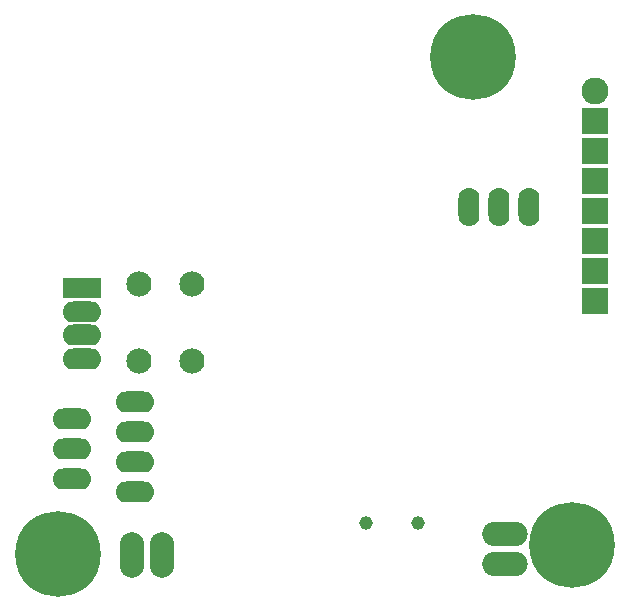
<source format=gbr>
G04 DesignSpark PCB Gerber Version 11.0 Build 5877*
%FSLAX33Y33*%
%MOIN*%
%ADD141O,0.07000X0.13000*%
%ADD144O,0.08087X0.15173*%
%ADD142O,0.13000X0.07000*%
%ADD149O,0.15173X0.08087*%
%ADD148R,0.13000X0.07000*%
%ADD147R,0.08874X0.08874*%
%ADD145C,0.04543*%
%ADD143C,0.08400*%
%ADD146C,0.09000*%
%ADD140C,0.28559*%
X0Y0D02*
D02*
D140*
X441Y220D03*
X1826Y1876D03*
X2156Y248D03*
D02*
D141*
X1813Y1376D03*
X1913D03*
X2013D03*
D02*
D142*
X487Y468D03*
Y568D03*
Y668D03*
X522Y868D03*
Y947D03*
Y1026D03*
X698Y424D03*
Y524D03*
Y624D03*
Y724D03*
D02*
D143*
X710Y862D03*
Y1118D03*
X888Y862D03*
Y1118D03*
D02*
D144*
X687Y216D03*
X787D03*
D02*
D145*
X1467Y322D03*
X1640D03*
D02*
D146*
X2233Y1762D03*
D02*
D147*
Y1062D03*
Y1162D03*
Y1262D03*
Y1362D03*
Y1462D03*
Y1562D03*
Y1662D03*
D02*
D148*
X522Y1105D03*
D02*
D149*
X1933Y184D03*
Y284D03*
X0Y0D02*
M02*

</source>
